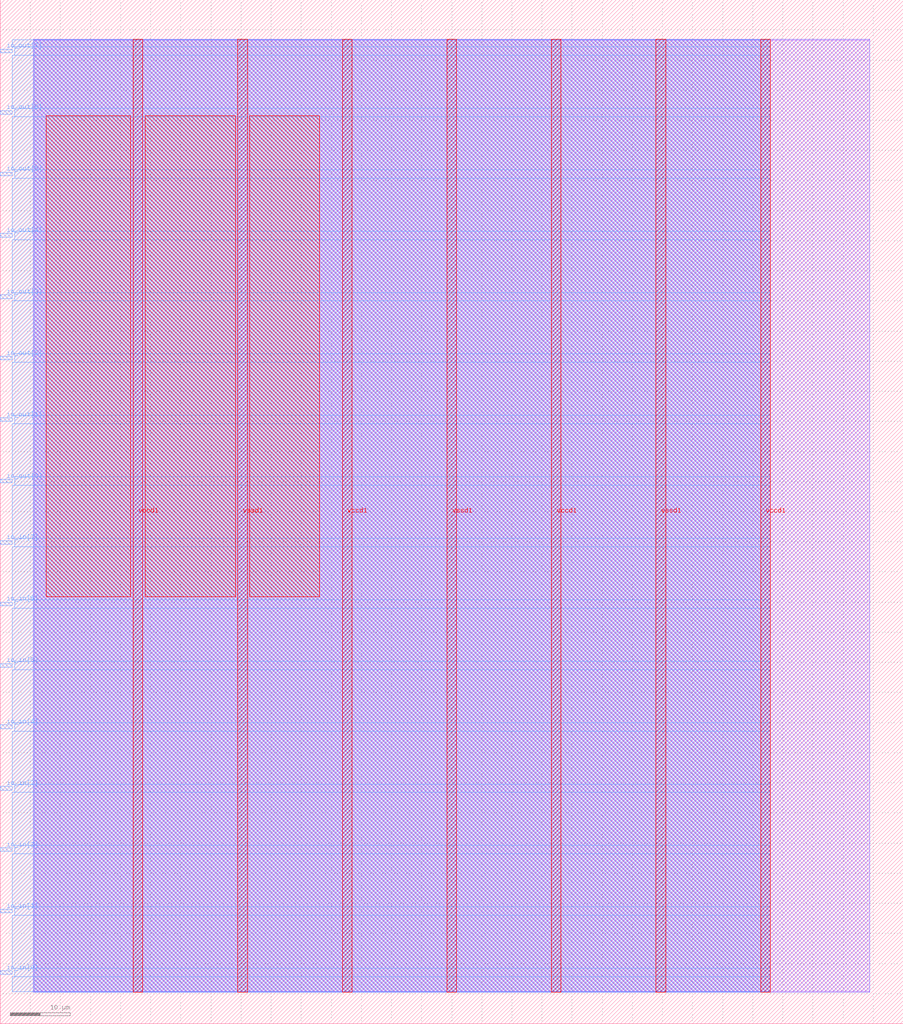
<source format=lef>
VERSION 5.7 ;
  NOWIREEXTENSIONATPIN ON ;
  DIVIDERCHAR "/" ;
  BUSBITCHARS "[]" ;
MACRO tt2_tholin_multiplexed_counter
  CLASS BLOCK ;
  FOREIGN tt2_tholin_multiplexed_counter ;
  ORIGIN 0.000 0.000 ;
  SIZE 150.000 BY 170.000 ;
  PIN io_in[0]
    DIRECTION INPUT ;
    USE SIGNAL ;
    PORT
      LAYER met3 ;
        RECT 0.000 8.200 2.000 8.800 ;
    END
  END io_in[0]
  PIN io_in[1]
    DIRECTION INPUT ;
    USE SIGNAL ;
    PORT
      LAYER met3 ;
        RECT 0.000 18.400 2.000 19.000 ;
    END
  END io_in[1]
  PIN io_in[2]
    DIRECTION INPUT ;
    USE SIGNAL ;
    PORT
      LAYER met3 ;
        RECT 0.000 28.600 2.000 29.200 ;
    END
  END io_in[2]
  PIN io_in[3]
    DIRECTION INPUT ;
    USE SIGNAL ;
    PORT
      LAYER met3 ;
        RECT 0.000 38.800 2.000 39.400 ;
    END
  END io_in[3]
  PIN io_in[4]
    DIRECTION INPUT ;
    USE SIGNAL ;
    PORT
      LAYER met3 ;
        RECT 0.000 49.000 2.000 49.600 ;
    END
  END io_in[4]
  PIN io_in[5]
    DIRECTION INPUT ;
    USE SIGNAL ;
    PORT
      LAYER met3 ;
        RECT 0.000 59.200 2.000 59.800 ;
    END
  END io_in[5]
  PIN io_in[6]
    DIRECTION INPUT ;
    USE SIGNAL ;
    PORT
      LAYER met3 ;
        RECT 0.000 69.400 2.000 70.000 ;
    END
  END io_in[6]
  PIN io_in[7]
    DIRECTION INPUT ;
    USE SIGNAL ;
    PORT
      LAYER met3 ;
        RECT 0.000 79.600 2.000 80.200 ;
    END
  END io_in[7]
  PIN io_out[0]
    DIRECTION OUTPUT TRISTATE ;
    USE SIGNAL ;
    PORT
      LAYER met3 ;
        RECT 0.000 89.800 2.000 90.400 ;
    END
  END io_out[0]
  PIN io_out[1]
    DIRECTION OUTPUT TRISTATE ;
    USE SIGNAL ;
    PORT
      LAYER met3 ;
        RECT 0.000 100.000 2.000 100.600 ;
    END
  END io_out[1]
  PIN io_out[2]
    DIRECTION OUTPUT TRISTATE ;
    USE SIGNAL ;
    PORT
      LAYER met3 ;
        RECT 0.000 110.200 2.000 110.800 ;
    END
  END io_out[2]
  PIN io_out[3]
    DIRECTION OUTPUT TRISTATE ;
    USE SIGNAL ;
    PORT
      LAYER met3 ;
        RECT 0.000 120.400 2.000 121.000 ;
    END
  END io_out[3]
  PIN io_out[4]
    DIRECTION OUTPUT TRISTATE ;
    USE SIGNAL ;
    PORT
      LAYER met3 ;
        RECT 0.000 130.600 2.000 131.200 ;
    END
  END io_out[4]
  PIN io_out[5]
    DIRECTION OUTPUT TRISTATE ;
    USE SIGNAL ;
    PORT
      LAYER met3 ;
        RECT 0.000 140.800 2.000 141.400 ;
    END
  END io_out[5]
  PIN io_out[6]
    DIRECTION OUTPUT TRISTATE ;
    USE SIGNAL ;
    PORT
      LAYER met3 ;
        RECT 0.000 151.000 2.000 151.600 ;
    END
  END io_out[6]
  PIN io_out[7]
    DIRECTION OUTPUT TRISTATE ;
    USE SIGNAL ;
    PORT
      LAYER met3 ;
        RECT 0.000 161.200 2.000 161.800 ;
    END
  END io_out[7]
  PIN vccd1
    DIRECTION INOUT ;
    USE POWER ;
    PORT
      LAYER met4 ;
        RECT 22.090 5.200 23.690 163.440 ;
    END
    PORT
      LAYER met4 ;
        RECT 56.830 5.200 58.430 163.440 ;
    END
    PORT
      LAYER met4 ;
        RECT 91.570 5.200 93.170 163.440 ;
    END
    PORT
      LAYER met4 ;
        RECT 126.310 5.200 127.910 163.440 ;
    END
  END vccd1
  PIN vssd1
    DIRECTION INOUT ;
    USE GROUND ;
    PORT
      LAYER met4 ;
        RECT 39.460 5.200 41.060 163.440 ;
    END
    PORT
      LAYER met4 ;
        RECT 74.200 5.200 75.800 163.440 ;
    END
    PORT
      LAYER met4 ;
        RECT 108.940 5.200 110.540 163.440 ;
    END
  END vssd1
  OBS
      LAYER li1 ;
        RECT 5.520 5.355 144.440 163.285 ;
      LAYER met1 ;
        RECT 5.520 5.200 144.440 163.440 ;
      LAYER met2 ;
        RECT 5.610 5.255 127.880 163.385 ;
      LAYER met3 ;
        RECT 2.000 162.200 127.900 163.365 ;
        RECT 2.400 160.800 127.900 162.200 ;
        RECT 2.000 152.000 127.900 160.800 ;
        RECT 2.400 150.600 127.900 152.000 ;
        RECT 2.000 141.800 127.900 150.600 ;
        RECT 2.400 140.400 127.900 141.800 ;
        RECT 2.000 131.600 127.900 140.400 ;
        RECT 2.400 130.200 127.900 131.600 ;
        RECT 2.000 121.400 127.900 130.200 ;
        RECT 2.400 120.000 127.900 121.400 ;
        RECT 2.000 111.200 127.900 120.000 ;
        RECT 2.400 109.800 127.900 111.200 ;
        RECT 2.000 101.000 127.900 109.800 ;
        RECT 2.400 99.600 127.900 101.000 ;
        RECT 2.000 90.800 127.900 99.600 ;
        RECT 2.400 89.400 127.900 90.800 ;
        RECT 2.000 80.600 127.900 89.400 ;
        RECT 2.400 79.200 127.900 80.600 ;
        RECT 2.000 70.400 127.900 79.200 ;
        RECT 2.400 69.000 127.900 70.400 ;
        RECT 2.000 60.200 127.900 69.000 ;
        RECT 2.400 58.800 127.900 60.200 ;
        RECT 2.000 50.000 127.900 58.800 ;
        RECT 2.400 48.600 127.900 50.000 ;
        RECT 2.000 39.800 127.900 48.600 ;
        RECT 2.400 38.400 127.900 39.800 ;
        RECT 2.000 29.600 127.900 38.400 ;
        RECT 2.400 28.200 127.900 29.600 ;
        RECT 2.000 19.400 127.900 28.200 ;
        RECT 2.400 18.000 127.900 19.400 ;
        RECT 2.000 9.200 127.900 18.000 ;
        RECT 2.400 7.800 127.900 9.200 ;
        RECT 2.000 5.275 127.900 7.800 ;
      LAYER met4 ;
        RECT 7.655 70.895 21.690 150.785 ;
        RECT 24.090 70.895 39.060 150.785 ;
        RECT 41.460 70.895 53.065 150.785 ;
  END
END tt2_tholin_multiplexed_counter
END LIBRARY


</source>
